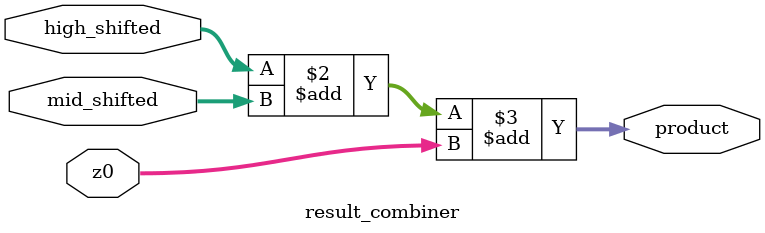
<source format=sv>
module bcd2bin #(parameter N=4)(
    input [N*4-1:0] bcd,
    output reg [N*7-1:0] bin
);
    // Intermediate signals
    wire [N*7-1:0] partial_results;
    reg [N*7-1:0] registered_results;
    
    // Pipeline stage 1: Calculate partial products
    genvar i;
    generate 
        for(i=0; i<N; i=i+1) begin: gen_conversions
            wire [3:0] bcd_digit;
            wire [7:0] power_10_value;
            
            // Extract BCD digit and determine power of 10
            assign bcd_digit = bcd[i*4+:4];
            assign power_10_value = power_10_lut(i);
            
            // Calculate product using optimized Karatsuba multiplier
            digit_multiplier #(
                .WIDTH(4)
            ) mult_inst (
                .bcd_digit(bcd_digit),
                .power_value(power_10_value[3:0]),
                .partial_result(partial_results[i*7+:7])
            );
        end
    endgenerate
    
    // Pipeline stage 2: Register partial results
    always @(partial_results) begin
        registered_results <= partial_results;
    end
    
    // Pipeline stage 3: Final output
    always @(registered_results) begin
        bin <= registered_results;
    end
    
    // Function to determine power of 10 constant based on position
    function [7:0] power_10_lut;
        input integer power;
        begin
            case(power)
                0: power_10_lut = 8'd1;
                1: power_10_lut = 8'd10;
                2: power_10_lut = 8'd100;
                default: power_10_lut = 8'd0;
            endcase
        end
    endfunction
endmodule

// Intermediate module to handle the multiplication of a BCD digit with a power of 10
module digit_multiplier #(
    parameter WIDTH = 4
)(
    input [WIDTH-1:0] bcd_digit,
    input [WIDTH-1:0] power_value,
    output [2*WIDTH-1:0] partial_result
);
    // Using Karatsuba multiplier for efficient multiplication
    karatsuba_multiplier #(
        .WIDTH(WIDTH)
    ) karatsuba_inst (
        .a(bcd_digit),
        .b(power_value),
        .product(partial_result)
    );
endmodule

// Karatsuba multiplication module - optimized for smaller area and higher speed
module karatsuba_multiplier #(
    parameter WIDTH = 4
)(
    input [WIDTH-1:0] a,
    input [WIDTH-1:0] b,
    output reg [2*WIDTH-1:0] product
);
    localparam HALF_WIDTH = WIDTH / 2;
    
    // Split inputs module instance
    wire [HALF_WIDTH-1:0] a_low, b_low;
    wire [HALF_WIDTH-1:0] a_high, b_high;
    reg [HALF_WIDTH-1:0] a_low_reg, b_low_reg;
    reg [HALF_WIDTH-1:0] a_high_reg, b_high_reg;
    
    input_splitter #(
        .WIDTH(WIDTH),
        .HALF_WIDTH(HALF_WIDTH)
    ) splitter_inst (
        .a(a),
        .b(b),
        .a_low(a_low),
        .a_high(a_high),
        .b_low(b_low),
        .b_high(b_high)
    );
    
    // Pipeline stage 1: Input registration and splitting
    always @(*) begin
        a_low_reg <= a_low;
        a_high_reg <= a_high;
        b_low_reg <= b_low;
        b_high_reg <= b_high;
    end
    
    // Pipeline stage 2: Calculate sub-products
    reg [WIDTH-1:0] z0_reg; // a_low * b_low
    reg [WIDTH-1:0] z2_reg; // a_high * b_high
    reg [HALF_WIDTH:0] a_sum_reg; // a_low + a_high
    reg [HALF_WIDTH:0] b_sum_reg; // b_low + b_high
    
    wire [HALF_WIDTH:0] a_sum = a_low_reg + a_high_reg;
    wire [HALF_WIDTH:0] b_sum = b_low_reg + b_high_reg;
    wire [WIDTH-1:0] z0 = a_low_reg * b_low_reg;
    wire [WIDTH-1:0] z2 = a_high_reg * b_high_reg;
    
    always @(*) begin
        z0_reg <= z0;
        z2_reg <= z2;
        a_sum_reg <= a_sum;
        b_sum_reg <= b_sum;
    end
    
    // Pipeline stage 3: Calculate middle term
    reg [WIDTH-1:0] z1_reg;
    wire [WIDTH-1:0] z1 = a_sum_reg * b_sum_reg;
    
    always @(*) begin
        z1_reg <= z1;
    end
    
    // Pipeline stage 4: Apply Karatsuba formula
    reg [WIDTH:0] middle_term_reg;
    wire [WIDTH:0] middle_term = z1_reg - z2_reg - z0_reg;
    
    always @(*) begin
        middle_term_reg <= middle_term;
    end
    
    // Pipeline stage 5: Final product computation through result_combiner
    wire [2*WIDTH-1:0] high_shifted = {z2_reg, {HALF_WIDTH{1'b0}}};
    wire [2*WIDTH-1:0] mid_shifted = {middle_term_reg, {HALF_WIDTH{1'b0}}};
    
    result_combiner #(
        .WIDTH(WIDTH)
    ) combiner_inst (
        .high_shifted(high_shifted),
        .mid_shifted(mid_shifted),
        .z0(z0_reg),
        .product(product)
    );
endmodule

// Input splitter module - splits inputs into high and low parts
module input_splitter #(
    parameter WIDTH = 4,
    parameter HALF_WIDTH = WIDTH / 2
)(
    input [WIDTH-1:0] a,
    input [WIDTH-1:0] b,
    output [HALF_WIDTH-1:0] a_low,
    output [HALF_WIDTH-1:0] a_high,
    output [HALF_WIDTH-1:0] b_low,
    output [HALF_WIDTH-1:0] b_high
);
    // Split inputs into high and low parts
    assign a_low = a[HALF_WIDTH-1:0];
    assign a_high = a[WIDTH-1:HALF_WIDTH];
    assign b_low = b[HALF_WIDTH-1:0];
    assign b_high = b[WIDTH-1:HALF_WIDTH];
endmodule

// Result combiner module - combines partial results to form final product
module result_combiner #(
    parameter WIDTH = 4
)(
    input [2*WIDTH-1:0] high_shifted,
    input [2*WIDTH-1:0] mid_shifted,
    input [WIDTH-1:0] z0,
    output reg [2*WIDTH-1:0] product
);
    // Combine partial results to form final product
    always @(*) begin
        product <= high_shifted + mid_shifted + z0;
    end
endmodule
</source>
